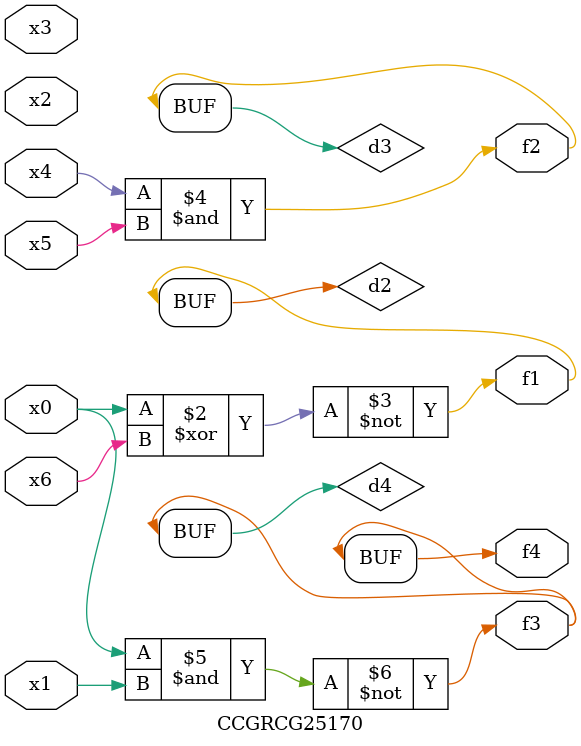
<source format=v>
module CCGRCG25170(
	input x0, x1, x2, x3, x4, x5, x6,
	output f1, f2, f3, f4
);

	wire d1, d2, d3, d4;

	nor (d1, x0);
	xnor (d2, x0, x6);
	and (d3, x4, x5);
	nand (d4, x0, x1);
	assign f1 = d2;
	assign f2 = d3;
	assign f3 = d4;
	assign f4 = d4;
endmodule

</source>
